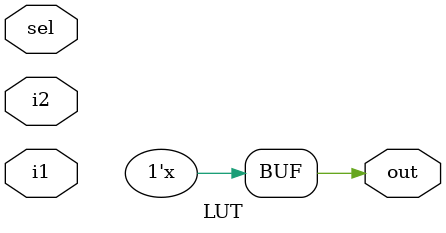
<source format=sv>
`timescale 1ns / 1ps

(* DONT_TOUCH = "yes" *)
module LUT(
    input logic sel,
    input logic i1,
    input logic i2,
    output logic out
    
    );
    
    (* dont_touch = "true" *) logic internal1, internal2;   
    
    always_comb begin
        internal1 <= ~i1;
        internal2 <= ~i2;
        case(sel)
            1: out <= internal1;
            default: out <= internal2;
        endcase
    end
    
    
    
endmodule
</source>
